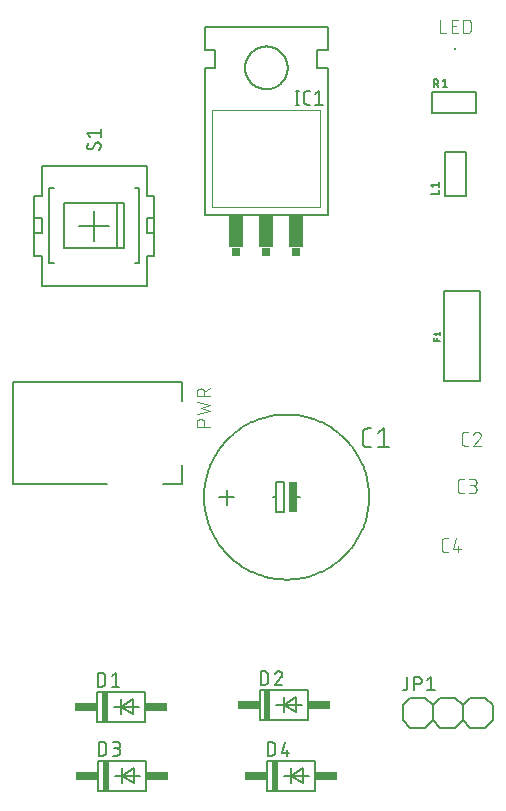
<source format=gbr>
G04 EAGLE Gerber RS-274X export*
G75*
%MOMM*%
%FSLAX34Y34*%
%LPD*%
%INSilkscreen Top*%
%IPPOS*%
%AMOC8*
5,1,8,0,0,1.08239X$1,22.5*%
G01*
%ADD10C,0.152400*%
%ADD11R,0.635000X2.540000*%
%ADD12C,0.177800*%
%ADD13C,0.101600*%
%ADD14R,0.508000X2.540000*%
%ADD15R,1.905000X0.762000*%
%ADD16C,0.127000*%
%ADD17C,0.203200*%
%ADD18C,0.050800*%
%ADD19R,0.762000X0.635000*%
%ADD20R,1.270000X2.794000*%
%ADD21R,0.200000X0.200000*%


D10*
X270270Y426200D02*
X272810Y426200D01*
X272810Y413500D01*
X279160Y413500D01*
X279160Y438900D01*
X272810Y438900D01*
X272810Y426200D01*
X288050Y426200D02*
X293130Y426200D01*
X237250Y426200D02*
X224550Y426200D01*
X230900Y419850D02*
X230900Y432550D01*
X211850Y426200D02*
X211871Y427914D01*
X211934Y429627D01*
X212039Y431338D01*
X212186Y433046D01*
X212375Y434750D01*
X212606Y436449D01*
X212878Y438142D01*
X213192Y439827D01*
X213547Y441504D01*
X213943Y443172D01*
X214380Y444830D01*
X214858Y446476D01*
X215375Y448111D01*
X215933Y449732D01*
X216530Y451339D01*
X217167Y452930D01*
X217842Y454506D01*
X218556Y456065D01*
X219308Y457605D01*
X220098Y459127D01*
X220924Y460629D01*
X221788Y462110D01*
X222687Y463570D01*
X223622Y465007D01*
X224592Y466420D01*
X225596Y467810D01*
X226634Y469174D01*
X227705Y470512D01*
X228809Y471824D01*
X229945Y473108D01*
X231111Y474364D01*
X232309Y475591D01*
X233536Y476789D01*
X234792Y477955D01*
X236076Y479091D01*
X237388Y480195D01*
X238726Y481266D01*
X240090Y482304D01*
X241480Y483308D01*
X242893Y484278D01*
X244330Y485213D01*
X245790Y486112D01*
X247271Y486976D01*
X248773Y487802D01*
X250295Y488592D01*
X251835Y489344D01*
X253394Y490058D01*
X254970Y490733D01*
X256561Y491370D01*
X258168Y491967D01*
X259789Y492525D01*
X261424Y493042D01*
X263070Y493520D01*
X264728Y493957D01*
X266396Y494353D01*
X268073Y494708D01*
X269758Y495022D01*
X271451Y495294D01*
X273150Y495525D01*
X274854Y495714D01*
X276562Y495861D01*
X278273Y495966D01*
X279986Y496029D01*
X281700Y496050D01*
X283414Y496029D01*
X285127Y495966D01*
X286838Y495861D01*
X288546Y495714D01*
X290250Y495525D01*
X291949Y495294D01*
X293642Y495022D01*
X295327Y494708D01*
X297004Y494353D01*
X298672Y493957D01*
X300330Y493520D01*
X301976Y493042D01*
X303611Y492525D01*
X305232Y491967D01*
X306839Y491370D01*
X308430Y490733D01*
X310006Y490058D01*
X311565Y489344D01*
X313105Y488592D01*
X314627Y487802D01*
X316129Y486976D01*
X317610Y486112D01*
X319070Y485213D01*
X320507Y484278D01*
X321920Y483308D01*
X323310Y482304D01*
X324674Y481266D01*
X326012Y480195D01*
X327324Y479091D01*
X328608Y477955D01*
X329864Y476789D01*
X331091Y475591D01*
X332289Y474364D01*
X333455Y473108D01*
X334591Y471824D01*
X335695Y470512D01*
X336766Y469174D01*
X337804Y467810D01*
X338808Y466420D01*
X339778Y465007D01*
X340713Y463570D01*
X341612Y462110D01*
X342476Y460629D01*
X343302Y459127D01*
X344092Y457605D01*
X344844Y456065D01*
X345558Y454506D01*
X346233Y452930D01*
X346870Y451339D01*
X347467Y449732D01*
X348025Y448111D01*
X348542Y446476D01*
X349020Y444830D01*
X349457Y443172D01*
X349853Y441504D01*
X350208Y439827D01*
X350522Y438142D01*
X350794Y436449D01*
X351025Y434750D01*
X351214Y433046D01*
X351361Y431338D01*
X351466Y429627D01*
X351529Y427914D01*
X351550Y426200D01*
X351529Y424486D01*
X351466Y422773D01*
X351361Y421062D01*
X351214Y419354D01*
X351025Y417650D01*
X350794Y415951D01*
X350522Y414258D01*
X350208Y412573D01*
X349853Y410896D01*
X349457Y409228D01*
X349020Y407570D01*
X348542Y405924D01*
X348025Y404289D01*
X347467Y402668D01*
X346870Y401061D01*
X346233Y399470D01*
X345558Y397894D01*
X344844Y396335D01*
X344092Y394795D01*
X343302Y393273D01*
X342476Y391771D01*
X341612Y390290D01*
X340713Y388830D01*
X339778Y387393D01*
X338808Y385980D01*
X337804Y384590D01*
X336766Y383226D01*
X335695Y381888D01*
X334591Y380576D01*
X333455Y379292D01*
X332289Y378036D01*
X331091Y376809D01*
X329864Y375611D01*
X328608Y374445D01*
X327324Y373309D01*
X326012Y372205D01*
X324674Y371134D01*
X323310Y370096D01*
X321920Y369092D01*
X320507Y368122D01*
X319070Y367187D01*
X317610Y366288D01*
X316129Y365424D01*
X314627Y364598D01*
X313105Y363808D01*
X311565Y363056D01*
X310006Y362342D01*
X308430Y361667D01*
X306839Y361030D01*
X305232Y360433D01*
X303611Y359875D01*
X301976Y359358D01*
X300330Y358880D01*
X298672Y358443D01*
X297004Y358047D01*
X295327Y357692D01*
X293642Y357378D01*
X291949Y357106D01*
X290250Y356875D01*
X288546Y356686D01*
X286838Y356539D01*
X285127Y356434D01*
X283414Y356371D01*
X281700Y356350D01*
X279986Y356371D01*
X278273Y356434D01*
X276562Y356539D01*
X274854Y356686D01*
X273150Y356875D01*
X271451Y357106D01*
X269758Y357378D01*
X268073Y357692D01*
X266396Y358047D01*
X264728Y358443D01*
X263070Y358880D01*
X261424Y359358D01*
X259789Y359875D01*
X258168Y360433D01*
X256561Y361030D01*
X254970Y361667D01*
X253394Y362342D01*
X251835Y363056D01*
X250295Y363808D01*
X248773Y364598D01*
X247271Y365424D01*
X245790Y366288D01*
X244330Y367187D01*
X242893Y368122D01*
X241480Y369092D01*
X240090Y370096D01*
X238726Y371134D01*
X237388Y372205D01*
X236076Y373309D01*
X234792Y374445D01*
X233536Y375611D01*
X232309Y376809D01*
X231111Y378036D01*
X229945Y379292D01*
X228809Y380576D01*
X227705Y381888D01*
X226634Y383226D01*
X225596Y384590D01*
X224592Y385980D01*
X223622Y387393D01*
X222687Y388830D01*
X221788Y390290D01*
X220924Y391771D01*
X220098Y393273D01*
X219308Y394795D01*
X218556Y396335D01*
X217842Y397894D01*
X217167Y399470D01*
X216530Y401061D01*
X215933Y402668D01*
X215375Y404289D01*
X214858Y405924D01*
X214380Y407570D01*
X213943Y409228D01*
X213547Y410896D01*
X213192Y412573D01*
X212878Y414258D01*
X212606Y415951D01*
X212375Y417650D01*
X212186Y419354D01*
X212039Y421062D01*
X211934Y422773D01*
X211871Y424486D01*
X211850Y426200D01*
D11*
X287415Y426200D03*
D12*
X349899Y468237D02*
X353455Y468237D01*
X349899Y468237D02*
X349783Y468239D01*
X349666Y468245D01*
X349550Y468254D01*
X349435Y468267D01*
X349320Y468284D01*
X349205Y468305D01*
X349092Y468330D01*
X348979Y468358D01*
X348867Y468390D01*
X348756Y468426D01*
X348646Y468465D01*
X348538Y468508D01*
X348431Y468554D01*
X348326Y468604D01*
X348223Y468657D01*
X348121Y468713D01*
X348021Y468773D01*
X347923Y468836D01*
X347828Y468903D01*
X347734Y468972D01*
X347643Y469044D01*
X347554Y469119D01*
X347468Y469198D01*
X347385Y469279D01*
X347304Y469362D01*
X347225Y469448D01*
X347150Y469537D01*
X347078Y469628D01*
X347009Y469722D01*
X346942Y469817D01*
X346879Y469915D01*
X346819Y470015D01*
X346763Y470117D01*
X346710Y470220D01*
X346660Y470325D01*
X346614Y470432D01*
X346571Y470540D01*
X346532Y470650D01*
X346496Y470761D01*
X346464Y470873D01*
X346436Y470986D01*
X346411Y471099D01*
X346390Y471214D01*
X346373Y471329D01*
X346360Y471444D01*
X346351Y471560D01*
X346345Y471677D01*
X346343Y471793D01*
X346343Y480683D01*
X346345Y480799D01*
X346351Y480916D01*
X346360Y481032D01*
X346373Y481147D01*
X346390Y481262D01*
X346411Y481377D01*
X346436Y481490D01*
X346464Y481603D01*
X346496Y481715D01*
X346532Y481826D01*
X346571Y481936D01*
X346614Y482044D01*
X346660Y482151D01*
X346710Y482256D01*
X346763Y482359D01*
X346819Y482461D01*
X346879Y482561D01*
X346942Y482659D01*
X347009Y482754D01*
X347078Y482848D01*
X347150Y482939D01*
X347225Y483028D01*
X347304Y483114D01*
X347385Y483197D01*
X347468Y483278D01*
X347554Y483357D01*
X347643Y483432D01*
X347734Y483504D01*
X347828Y483573D01*
X347923Y483640D01*
X348021Y483703D01*
X348121Y483763D01*
X348223Y483819D01*
X348326Y483872D01*
X348431Y483922D01*
X348538Y483968D01*
X348646Y484011D01*
X348756Y484050D01*
X348867Y484086D01*
X348979Y484118D01*
X349092Y484146D01*
X349205Y484171D01*
X349320Y484192D01*
X349435Y484209D01*
X349550Y484222D01*
X349666Y484231D01*
X349783Y484237D01*
X349899Y484239D01*
X353455Y484239D01*
X359413Y480683D02*
X363858Y484239D01*
X363858Y468237D01*
X359413Y468237D02*
X368303Y468237D01*
D13*
X432604Y469608D02*
X435201Y469608D01*
X432604Y469608D02*
X432505Y469610D01*
X432405Y469616D01*
X432306Y469625D01*
X432208Y469638D01*
X432110Y469655D01*
X432012Y469676D01*
X431916Y469701D01*
X431821Y469729D01*
X431727Y469761D01*
X431634Y469796D01*
X431542Y469835D01*
X431452Y469878D01*
X431364Y469923D01*
X431277Y469973D01*
X431193Y470025D01*
X431110Y470081D01*
X431030Y470139D01*
X430952Y470201D01*
X430877Y470266D01*
X430804Y470334D01*
X430734Y470404D01*
X430666Y470477D01*
X430601Y470552D01*
X430539Y470630D01*
X430481Y470710D01*
X430425Y470793D01*
X430373Y470877D01*
X430323Y470964D01*
X430278Y471052D01*
X430235Y471142D01*
X430196Y471234D01*
X430161Y471327D01*
X430129Y471421D01*
X430101Y471516D01*
X430076Y471612D01*
X430055Y471710D01*
X430038Y471808D01*
X430025Y471906D01*
X430016Y472005D01*
X430010Y472105D01*
X430008Y472204D01*
X430008Y478696D01*
X430010Y478795D01*
X430016Y478895D01*
X430025Y478994D01*
X430038Y479092D01*
X430055Y479190D01*
X430076Y479288D01*
X430101Y479384D01*
X430129Y479479D01*
X430161Y479573D01*
X430196Y479666D01*
X430235Y479758D01*
X430278Y479848D01*
X430323Y479936D01*
X430373Y480023D01*
X430425Y480107D01*
X430481Y480190D01*
X430539Y480270D01*
X430601Y480348D01*
X430666Y480423D01*
X430734Y480496D01*
X430804Y480566D01*
X430877Y480634D01*
X430952Y480699D01*
X431030Y480761D01*
X431110Y480819D01*
X431193Y480875D01*
X431277Y480927D01*
X431364Y480977D01*
X431452Y481022D01*
X431542Y481065D01*
X431634Y481104D01*
X431726Y481139D01*
X431821Y481171D01*
X431916Y481199D01*
X432012Y481224D01*
X432110Y481245D01*
X432208Y481262D01*
X432306Y481275D01*
X432405Y481284D01*
X432505Y481290D01*
X432604Y481292D01*
X435201Y481292D01*
X443136Y481292D02*
X443243Y481290D01*
X443349Y481284D01*
X443455Y481274D01*
X443561Y481261D01*
X443667Y481243D01*
X443771Y481222D01*
X443875Y481197D01*
X443978Y481168D01*
X444079Y481136D01*
X444179Y481099D01*
X444278Y481059D01*
X444376Y481016D01*
X444472Y480969D01*
X444566Y480918D01*
X444658Y480864D01*
X444748Y480807D01*
X444836Y480747D01*
X444921Y480683D01*
X445004Y480616D01*
X445085Y480546D01*
X445163Y480474D01*
X445239Y480398D01*
X445311Y480320D01*
X445381Y480239D01*
X445448Y480156D01*
X445512Y480071D01*
X445572Y479983D01*
X445629Y479893D01*
X445683Y479801D01*
X445734Y479707D01*
X445781Y479611D01*
X445824Y479513D01*
X445864Y479414D01*
X445901Y479314D01*
X445933Y479213D01*
X445962Y479110D01*
X445987Y479006D01*
X446008Y478902D01*
X446026Y478796D01*
X446039Y478690D01*
X446049Y478584D01*
X446055Y478478D01*
X446057Y478371D01*
X443136Y481292D02*
X443015Y481290D01*
X442894Y481284D01*
X442774Y481274D01*
X442653Y481261D01*
X442534Y481243D01*
X442414Y481222D01*
X442296Y481197D01*
X442179Y481168D01*
X442062Y481135D01*
X441947Y481099D01*
X441833Y481058D01*
X441720Y481015D01*
X441608Y480967D01*
X441499Y480916D01*
X441391Y480861D01*
X441284Y480803D01*
X441180Y480742D01*
X441078Y480677D01*
X440978Y480609D01*
X440880Y480538D01*
X440784Y480464D01*
X440691Y480387D01*
X440601Y480306D01*
X440513Y480223D01*
X440428Y480137D01*
X440345Y480048D01*
X440266Y479957D01*
X440189Y479863D01*
X440116Y479767D01*
X440046Y479669D01*
X439979Y479568D01*
X439915Y479465D01*
X439855Y479360D01*
X439798Y479253D01*
X439744Y479145D01*
X439694Y479035D01*
X439648Y478923D01*
X439605Y478810D01*
X439566Y478695D01*
X445084Y476099D02*
X445163Y476176D01*
X445239Y476257D01*
X445312Y476340D01*
X445382Y476425D01*
X445449Y476513D01*
X445513Y476603D01*
X445573Y476695D01*
X445630Y476790D01*
X445684Y476886D01*
X445735Y476984D01*
X445782Y477084D01*
X445826Y477186D01*
X445866Y477289D01*
X445902Y477393D01*
X445934Y477499D01*
X445963Y477605D01*
X445988Y477713D01*
X446010Y477821D01*
X446027Y477931D01*
X446041Y478040D01*
X446050Y478150D01*
X446056Y478261D01*
X446058Y478371D01*
X445084Y476099D02*
X439566Y469608D01*
X446057Y469608D01*
X431701Y429608D02*
X429104Y429608D01*
X429005Y429610D01*
X428905Y429616D01*
X428806Y429625D01*
X428708Y429638D01*
X428610Y429655D01*
X428512Y429676D01*
X428416Y429701D01*
X428321Y429729D01*
X428227Y429761D01*
X428134Y429796D01*
X428042Y429835D01*
X427952Y429878D01*
X427864Y429923D01*
X427777Y429973D01*
X427693Y430025D01*
X427610Y430081D01*
X427530Y430139D01*
X427452Y430201D01*
X427377Y430266D01*
X427304Y430334D01*
X427234Y430404D01*
X427166Y430477D01*
X427101Y430552D01*
X427039Y430630D01*
X426981Y430710D01*
X426925Y430793D01*
X426873Y430877D01*
X426823Y430964D01*
X426778Y431052D01*
X426735Y431142D01*
X426696Y431234D01*
X426661Y431327D01*
X426629Y431421D01*
X426601Y431516D01*
X426576Y431612D01*
X426555Y431710D01*
X426538Y431808D01*
X426525Y431906D01*
X426516Y432005D01*
X426510Y432105D01*
X426508Y432204D01*
X426508Y438696D01*
X426510Y438795D01*
X426516Y438895D01*
X426525Y438994D01*
X426538Y439092D01*
X426555Y439190D01*
X426576Y439288D01*
X426601Y439384D01*
X426629Y439479D01*
X426661Y439573D01*
X426696Y439666D01*
X426735Y439758D01*
X426778Y439848D01*
X426823Y439936D01*
X426873Y440023D01*
X426925Y440107D01*
X426981Y440190D01*
X427039Y440270D01*
X427101Y440348D01*
X427166Y440423D01*
X427234Y440496D01*
X427304Y440566D01*
X427377Y440634D01*
X427452Y440699D01*
X427530Y440761D01*
X427610Y440819D01*
X427693Y440875D01*
X427777Y440927D01*
X427864Y440977D01*
X427952Y441022D01*
X428042Y441065D01*
X428134Y441104D01*
X428226Y441139D01*
X428321Y441171D01*
X428416Y441199D01*
X428512Y441224D01*
X428610Y441245D01*
X428708Y441262D01*
X428806Y441275D01*
X428905Y441284D01*
X429005Y441290D01*
X429104Y441292D01*
X431701Y441292D01*
X436066Y429608D02*
X439312Y429608D01*
X439425Y429610D01*
X439538Y429616D01*
X439651Y429626D01*
X439764Y429640D01*
X439876Y429657D01*
X439987Y429679D01*
X440097Y429704D01*
X440207Y429734D01*
X440315Y429767D01*
X440422Y429804D01*
X440528Y429844D01*
X440632Y429889D01*
X440735Y429937D01*
X440836Y429988D01*
X440935Y430043D01*
X441032Y430101D01*
X441127Y430163D01*
X441220Y430228D01*
X441310Y430296D01*
X441398Y430367D01*
X441484Y430442D01*
X441567Y430519D01*
X441647Y430599D01*
X441724Y430682D01*
X441799Y430768D01*
X441870Y430856D01*
X441938Y430946D01*
X442003Y431039D01*
X442065Y431134D01*
X442123Y431231D01*
X442178Y431330D01*
X442229Y431431D01*
X442277Y431534D01*
X442322Y431638D01*
X442362Y431744D01*
X442399Y431851D01*
X442432Y431959D01*
X442462Y432069D01*
X442487Y432179D01*
X442509Y432290D01*
X442526Y432402D01*
X442540Y432515D01*
X442550Y432628D01*
X442556Y432741D01*
X442558Y432854D01*
X442556Y432967D01*
X442550Y433080D01*
X442540Y433193D01*
X442526Y433306D01*
X442509Y433418D01*
X442487Y433529D01*
X442462Y433639D01*
X442432Y433749D01*
X442399Y433857D01*
X442362Y433964D01*
X442322Y434070D01*
X442277Y434174D01*
X442229Y434277D01*
X442178Y434378D01*
X442123Y434477D01*
X442065Y434574D01*
X442003Y434669D01*
X441938Y434762D01*
X441870Y434852D01*
X441799Y434940D01*
X441724Y435026D01*
X441647Y435109D01*
X441567Y435189D01*
X441484Y435266D01*
X441398Y435341D01*
X441310Y435412D01*
X441220Y435480D01*
X441127Y435545D01*
X441032Y435607D01*
X440935Y435665D01*
X440836Y435720D01*
X440735Y435771D01*
X440632Y435819D01*
X440528Y435864D01*
X440422Y435904D01*
X440315Y435941D01*
X440207Y435974D01*
X440097Y436004D01*
X439987Y436029D01*
X439876Y436051D01*
X439764Y436068D01*
X439651Y436082D01*
X439538Y436092D01*
X439425Y436098D01*
X439312Y436100D01*
X439961Y441292D02*
X436066Y441292D01*
X439961Y441292D02*
X440062Y441290D01*
X440162Y441284D01*
X440262Y441274D01*
X440362Y441261D01*
X440461Y441243D01*
X440560Y441222D01*
X440657Y441197D01*
X440754Y441168D01*
X440849Y441135D01*
X440943Y441099D01*
X441035Y441059D01*
X441126Y441016D01*
X441215Y440969D01*
X441302Y440919D01*
X441388Y440865D01*
X441471Y440808D01*
X441551Y440748D01*
X441630Y440685D01*
X441706Y440618D01*
X441779Y440549D01*
X441849Y440477D01*
X441917Y440403D01*
X441982Y440326D01*
X442043Y440246D01*
X442102Y440164D01*
X442157Y440080D01*
X442209Y439994D01*
X442258Y439906D01*
X442303Y439816D01*
X442345Y439724D01*
X442383Y439631D01*
X442417Y439536D01*
X442448Y439441D01*
X442475Y439344D01*
X442498Y439246D01*
X442518Y439147D01*
X442533Y439047D01*
X442545Y438947D01*
X442553Y438847D01*
X442557Y438746D01*
X442557Y438646D01*
X442553Y438545D01*
X442545Y438445D01*
X442533Y438345D01*
X442518Y438245D01*
X442498Y438146D01*
X442475Y438048D01*
X442448Y437951D01*
X442417Y437856D01*
X442383Y437761D01*
X442345Y437668D01*
X442303Y437576D01*
X442258Y437486D01*
X442209Y437398D01*
X442157Y437312D01*
X442102Y437228D01*
X442043Y437146D01*
X441982Y437066D01*
X441917Y436989D01*
X441849Y436915D01*
X441779Y436843D01*
X441706Y436774D01*
X441630Y436707D01*
X441551Y436644D01*
X441471Y436584D01*
X441388Y436527D01*
X441302Y436473D01*
X441215Y436423D01*
X441126Y436376D01*
X441035Y436333D01*
X440943Y436293D01*
X440849Y436257D01*
X440754Y436224D01*
X440657Y436195D01*
X440560Y436170D01*
X440461Y436149D01*
X440362Y436131D01*
X440262Y436118D01*
X440162Y436108D01*
X440062Y436102D01*
X439961Y436100D01*
X439961Y436099D02*
X437364Y436099D01*
X418201Y379608D02*
X415604Y379608D01*
X415505Y379610D01*
X415405Y379616D01*
X415306Y379625D01*
X415208Y379638D01*
X415110Y379655D01*
X415012Y379676D01*
X414916Y379701D01*
X414821Y379729D01*
X414727Y379761D01*
X414634Y379796D01*
X414542Y379835D01*
X414452Y379878D01*
X414364Y379923D01*
X414277Y379973D01*
X414193Y380025D01*
X414110Y380081D01*
X414030Y380139D01*
X413952Y380201D01*
X413877Y380266D01*
X413804Y380334D01*
X413734Y380404D01*
X413666Y380477D01*
X413601Y380552D01*
X413539Y380630D01*
X413481Y380710D01*
X413425Y380793D01*
X413373Y380877D01*
X413323Y380964D01*
X413278Y381052D01*
X413235Y381142D01*
X413196Y381234D01*
X413161Y381327D01*
X413129Y381421D01*
X413101Y381516D01*
X413076Y381612D01*
X413055Y381710D01*
X413038Y381808D01*
X413025Y381906D01*
X413016Y382005D01*
X413010Y382105D01*
X413008Y382204D01*
X413008Y388696D01*
X413010Y388795D01*
X413016Y388895D01*
X413025Y388994D01*
X413038Y389092D01*
X413055Y389190D01*
X413076Y389288D01*
X413101Y389384D01*
X413129Y389479D01*
X413161Y389573D01*
X413196Y389666D01*
X413235Y389758D01*
X413278Y389848D01*
X413323Y389936D01*
X413373Y390023D01*
X413425Y390107D01*
X413481Y390190D01*
X413539Y390270D01*
X413601Y390348D01*
X413666Y390423D01*
X413734Y390496D01*
X413804Y390566D01*
X413877Y390634D01*
X413952Y390699D01*
X414030Y390761D01*
X414110Y390819D01*
X414193Y390875D01*
X414277Y390927D01*
X414364Y390977D01*
X414452Y391022D01*
X414542Y391065D01*
X414634Y391104D01*
X414726Y391139D01*
X414821Y391171D01*
X414916Y391199D01*
X415012Y391224D01*
X415110Y391245D01*
X415208Y391262D01*
X415306Y391275D01*
X415405Y391284D01*
X415505Y391290D01*
X415604Y391292D01*
X418201Y391292D01*
X425163Y391292D02*
X422566Y382204D01*
X429057Y382204D01*
X427110Y384801D02*
X427110Y379608D01*
D10*
X162020Y235900D02*
X121380Y235900D01*
X162020Y235900D02*
X162020Y261300D01*
X121380Y261300D01*
X121380Y235900D01*
X135350Y248600D02*
X141700Y248600D01*
X151860Y254950D02*
X151860Y242250D01*
X141700Y248600D01*
X156940Y248600D01*
X151860Y254950D02*
X141700Y248600D01*
X141700Y254950D01*
X141700Y248600D02*
X141700Y242250D01*
D14*
X127730Y248600D03*
D15*
X171545Y248600D03*
X111855Y248600D03*
D16*
X122015Y265745D02*
X122015Y277175D01*
X125190Y277175D01*
X125301Y277173D01*
X125411Y277167D01*
X125522Y277158D01*
X125632Y277144D01*
X125741Y277127D01*
X125850Y277106D01*
X125958Y277081D01*
X126065Y277052D01*
X126171Y277020D01*
X126276Y276984D01*
X126379Y276944D01*
X126481Y276901D01*
X126582Y276854D01*
X126681Y276803D01*
X126778Y276750D01*
X126872Y276693D01*
X126965Y276632D01*
X127056Y276569D01*
X127145Y276502D01*
X127231Y276432D01*
X127314Y276359D01*
X127396Y276284D01*
X127474Y276206D01*
X127549Y276124D01*
X127622Y276041D01*
X127692Y275955D01*
X127759Y275866D01*
X127822Y275775D01*
X127883Y275682D01*
X127940Y275588D01*
X127993Y275491D01*
X128044Y275392D01*
X128091Y275291D01*
X128134Y275189D01*
X128174Y275086D01*
X128210Y274981D01*
X128242Y274875D01*
X128271Y274768D01*
X128296Y274660D01*
X128317Y274551D01*
X128334Y274442D01*
X128348Y274332D01*
X128357Y274221D01*
X128363Y274111D01*
X128365Y274000D01*
X128365Y268920D01*
X128363Y268809D01*
X128357Y268699D01*
X128348Y268588D01*
X128334Y268478D01*
X128317Y268369D01*
X128296Y268260D01*
X128271Y268152D01*
X128242Y268045D01*
X128210Y267939D01*
X128174Y267834D01*
X128134Y267731D01*
X128091Y267629D01*
X128044Y267528D01*
X127993Y267429D01*
X127940Y267332D01*
X127883Y267238D01*
X127822Y267145D01*
X127759Y267054D01*
X127692Y266965D01*
X127622Y266879D01*
X127549Y266796D01*
X127474Y266714D01*
X127396Y266636D01*
X127314Y266561D01*
X127231Y266488D01*
X127145Y266418D01*
X127056Y266351D01*
X126965Y266288D01*
X126872Y266227D01*
X126777Y266170D01*
X126681Y266117D01*
X126582Y266066D01*
X126481Y266019D01*
X126379Y265976D01*
X126276Y265936D01*
X126171Y265900D01*
X126065Y265868D01*
X125958Y265839D01*
X125850Y265814D01*
X125741Y265793D01*
X125632Y265776D01*
X125522Y265762D01*
X125411Y265753D01*
X125301Y265747D01*
X125190Y265745D01*
X122015Y265745D01*
X133826Y274635D02*
X137001Y277175D01*
X137001Y265745D01*
X133826Y265745D02*
X140176Y265745D01*
D10*
X259180Y237500D02*
X299820Y237500D01*
X299820Y262900D01*
X259180Y262900D01*
X259180Y237500D01*
X273150Y250200D02*
X279500Y250200D01*
X289660Y256550D02*
X289660Y243850D01*
X279500Y250200D01*
X294740Y250200D01*
X289660Y256550D02*
X279500Y250200D01*
X279500Y256550D01*
X279500Y250200D02*
X279500Y243850D01*
D14*
X265530Y250200D03*
D15*
X309345Y250200D03*
X249655Y250200D03*
D16*
X259815Y267345D02*
X259815Y278775D01*
X262990Y278775D01*
X263101Y278773D01*
X263211Y278767D01*
X263322Y278758D01*
X263432Y278744D01*
X263541Y278727D01*
X263650Y278706D01*
X263758Y278681D01*
X263865Y278652D01*
X263971Y278620D01*
X264076Y278584D01*
X264179Y278544D01*
X264281Y278501D01*
X264382Y278454D01*
X264481Y278403D01*
X264578Y278350D01*
X264672Y278293D01*
X264765Y278232D01*
X264856Y278169D01*
X264945Y278102D01*
X265031Y278032D01*
X265114Y277959D01*
X265196Y277884D01*
X265274Y277806D01*
X265349Y277724D01*
X265422Y277641D01*
X265492Y277555D01*
X265559Y277466D01*
X265622Y277375D01*
X265683Y277282D01*
X265740Y277188D01*
X265793Y277091D01*
X265844Y276992D01*
X265891Y276891D01*
X265934Y276789D01*
X265974Y276686D01*
X266010Y276581D01*
X266042Y276475D01*
X266071Y276368D01*
X266096Y276260D01*
X266117Y276151D01*
X266134Y276042D01*
X266148Y275932D01*
X266157Y275821D01*
X266163Y275711D01*
X266165Y275600D01*
X266165Y270520D01*
X266163Y270409D01*
X266157Y270299D01*
X266148Y270188D01*
X266134Y270078D01*
X266117Y269969D01*
X266096Y269860D01*
X266071Y269752D01*
X266042Y269645D01*
X266010Y269539D01*
X265974Y269434D01*
X265934Y269331D01*
X265891Y269229D01*
X265844Y269128D01*
X265793Y269029D01*
X265740Y268932D01*
X265683Y268838D01*
X265622Y268745D01*
X265559Y268654D01*
X265492Y268565D01*
X265422Y268479D01*
X265349Y268396D01*
X265274Y268314D01*
X265196Y268236D01*
X265114Y268161D01*
X265031Y268088D01*
X264945Y268018D01*
X264856Y267951D01*
X264765Y267888D01*
X264672Y267827D01*
X264578Y267770D01*
X264481Y267717D01*
X264382Y267666D01*
X264281Y267619D01*
X264179Y267576D01*
X264076Y267536D01*
X263971Y267500D01*
X263865Y267468D01*
X263758Y267439D01*
X263650Y267414D01*
X263541Y267393D01*
X263432Y267376D01*
X263322Y267362D01*
X263211Y267353D01*
X263101Y267347D01*
X262990Y267345D01*
X259815Y267345D01*
X275119Y278776D02*
X275223Y278774D01*
X275328Y278768D01*
X275432Y278759D01*
X275535Y278746D01*
X275638Y278728D01*
X275740Y278708D01*
X275842Y278683D01*
X275942Y278655D01*
X276042Y278623D01*
X276140Y278587D01*
X276237Y278548D01*
X276332Y278506D01*
X276426Y278460D01*
X276518Y278410D01*
X276608Y278358D01*
X276696Y278302D01*
X276782Y278242D01*
X276866Y278180D01*
X276947Y278115D01*
X277026Y278047D01*
X277103Y277975D01*
X277176Y277902D01*
X277248Y277825D01*
X277316Y277746D01*
X277381Y277665D01*
X277443Y277581D01*
X277503Y277495D01*
X277559Y277407D01*
X277611Y277317D01*
X277661Y277225D01*
X277707Y277131D01*
X277749Y277036D01*
X277788Y276939D01*
X277824Y276841D01*
X277856Y276741D01*
X277884Y276641D01*
X277909Y276539D01*
X277929Y276437D01*
X277947Y276334D01*
X277960Y276231D01*
X277969Y276127D01*
X277975Y276022D01*
X277977Y275918D01*
X275119Y278775D02*
X275001Y278773D01*
X274882Y278767D01*
X274764Y278758D01*
X274647Y278745D01*
X274530Y278727D01*
X274413Y278707D01*
X274297Y278682D01*
X274182Y278654D01*
X274069Y278621D01*
X273956Y278586D01*
X273844Y278546D01*
X273734Y278504D01*
X273625Y278457D01*
X273517Y278407D01*
X273412Y278354D01*
X273308Y278297D01*
X273206Y278237D01*
X273106Y278174D01*
X273008Y278107D01*
X272912Y278038D01*
X272819Y277965D01*
X272728Y277889D01*
X272639Y277811D01*
X272553Y277729D01*
X272470Y277645D01*
X272389Y277559D01*
X272312Y277469D01*
X272237Y277378D01*
X272165Y277284D01*
X272096Y277187D01*
X272031Y277089D01*
X271968Y276988D01*
X271909Y276885D01*
X271853Y276781D01*
X271801Y276675D01*
X271752Y276567D01*
X271707Y276458D01*
X271665Y276347D01*
X271627Y276235D01*
X277024Y273696D02*
X277100Y273771D01*
X277175Y273850D01*
X277246Y273931D01*
X277315Y274015D01*
X277380Y274101D01*
X277442Y274189D01*
X277502Y274279D01*
X277558Y274371D01*
X277611Y274466D01*
X277660Y274562D01*
X277706Y274660D01*
X277749Y274759D01*
X277788Y274860D01*
X277823Y274962D01*
X277855Y275065D01*
X277883Y275169D01*
X277908Y275274D01*
X277929Y275381D01*
X277946Y275487D01*
X277959Y275594D01*
X277968Y275702D01*
X277974Y275810D01*
X277976Y275918D01*
X277024Y273695D02*
X271626Y267345D01*
X277976Y267345D01*
D10*
X162820Y177500D02*
X122180Y177500D01*
X162820Y177500D02*
X162820Y202900D01*
X122180Y202900D01*
X122180Y177500D01*
X136150Y190200D02*
X142500Y190200D01*
X152660Y196550D02*
X152660Y183850D01*
X142500Y190200D01*
X157740Y190200D01*
X152660Y196550D02*
X142500Y190200D01*
X142500Y196550D01*
X142500Y190200D02*
X142500Y183850D01*
D14*
X128530Y190200D03*
D15*
X172345Y190200D03*
X112655Y190200D03*
D16*
X122815Y207345D02*
X122815Y218775D01*
X125990Y218775D01*
X126101Y218773D01*
X126211Y218767D01*
X126322Y218758D01*
X126432Y218744D01*
X126541Y218727D01*
X126650Y218706D01*
X126758Y218681D01*
X126865Y218652D01*
X126971Y218620D01*
X127076Y218584D01*
X127179Y218544D01*
X127281Y218501D01*
X127382Y218454D01*
X127481Y218403D01*
X127578Y218350D01*
X127672Y218293D01*
X127765Y218232D01*
X127856Y218169D01*
X127945Y218102D01*
X128031Y218032D01*
X128114Y217959D01*
X128196Y217884D01*
X128274Y217806D01*
X128349Y217724D01*
X128422Y217641D01*
X128492Y217555D01*
X128559Y217466D01*
X128622Y217375D01*
X128683Y217282D01*
X128740Y217188D01*
X128793Y217091D01*
X128844Y216992D01*
X128891Y216891D01*
X128934Y216789D01*
X128974Y216686D01*
X129010Y216581D01*
X129042Y216475D01*
X129071Y216368D01*
X129096Y216260D01*
X129117Y216151D01*
X129134Y216042D01*
X129148Y215932D01*
X129157Y215821D01*
X129163Y215711D01*
X129165Y215600D01*
X129165Y210520D01*
X129163Y210409D01*
X129157Y210299D01*
X129148Y210188D01*
X129134Y210078D01*
X129117Y209969D01*
X129096Y209860D01*
X129071Y209752D01*
X129042Y209645D01*
X129010Y209539D01*
X128974Y209434D01*
X128934Y209331D01*
X128891Y209229D01*
X128844Y209128D01*
X128793Y209029D01*
X128740Y208932D01*
X128683Y208838D01*
X128622Y208745D01*
X128559Y208654D01*
X128492Y208565D01*
X128422Y208479D01*
X128349Y208396D01*
X128274Y208314D01*
X128196Y208236D01*
X128114Y208161D01*
X128031Y208088D01*
X127945Y208018D01*
X127856Y207951D01*
X127765Y207888D01*
X127672Y207827D01*
X127577Y207770D01*
X127481Y207717D01*
X127382Y207666D01*
X127281Y207619D01*
X127179Y207576D01*
X127076Y207536D01*
X126971Y207500D01*
X126865Y207468D01*
X126758Y207439D01*
X126650Y207414D01*
X126541Y207393D01*
X126432Y207376D01*
X126322Y207362D01*
X126211Y207353D01*
X126101Y207347D01*
X125990Y207345D01*
X122815Y207345D01*
X134626Y207345D02*
X137801Y207345D01*
X137912Y207347D01*
X138022Y207353D01*
X138133Y207362D01*
X138243Y207376D01*
X138352Y207393D01*
X138461Y207414D01*
X138569Y207439D01*
X138676Y207468D01*
X138782Y207500D01*
X138887Y207536D01*
X138990Y207576D01*
X139092Y207619D01*
X139193Y207666D01*
X139292Y207717D01*
X139388Y207770D01*
X139483Y207827D01*
X139576Y207888D01*
X139667Y207951D01*
X139756Y208018D01*
X139842Y208088D01*
X139925Y208161D01*
X140007Y208236D01*
X140085Y208314D01*
X140160Y208396D01*
X140233Y208479D01*
X140303Y208565D01*
X140370Y208654D01*
X140433Y208745D01*
X140494Y208838D01*
X140551Y208932D01*
X140604Y209029D01*
X140655Y209128D01*
X140702Y209229D01*
X140745Y209331D01*
X140785Y209434D01*
X140821Y209539D01*
X140853Y209645D01*
X140882Y209752D01*
X140907Y209860D01*
X140928Y209969D01*
X140945Y210078D01*
X140959Y210188D01*
X140968Y210299D01*
X140974Y210409D01*
X140976Y210520D01*
X140974Y210631D01*
X140968Y210741D01*
X140959Y210852D01*
X140945Y210962D01*
X140928Y211071D01*
X140907Y211180D01*
X140882Y211288D01*
X140853Y211395D01*
X140821Y211501D01*
X140785Y211606D01*
X140745Y211709D01*
X140702Y211811D01*
X140655Y211912D01*
X140604Y212011D01*
X140551Y212107D01*
X140494Y212202D01*
X140433Y212295D01*
X140370Y212386D01*
X140303Y212475D01*
X140233Y212561D01*
X140160Y212644D01*
X140085Y212726D01*
X140007Y212804D01*
X139925Y212879D01*
X139842Y212952D01*
X139756Y213022D01*
X139667Y213089D01*
X139576Y213152D01*
X139483Y213213D01*
X139389Y213270D01*
X139292Y213323D01*
X139193Y213374D01*
X139092Y213421D01*
X138990Y213464D01*
X138887Y213504D01*
X138782Y213540D01*
X138676Y213572D01*
X138569Y213601D01*
X138461Y213626D01*
X138352Y213647D01*
X138243Y213664D01*
X138133Y213678D01*
X138022Y213687D01*
X137912Y213693D01*
X137801Y213695D01*
X138436Y218775D02*
X134626Y218775D01*
X138436Y218775D02*
X138536Y218773D01*
X138635Y218767D01*
X138735Y218757D01*
X138833Y218744D01*
X138932Y218726D01*
X139029Y218705D01*
X139125Y218680D01*
X139221Y218651D01*
X139315Y218618D01*
X139408Y218582D01*
X139499Y218542D01*
X139589Y218498D01*
X139677Y218451D01*
X139763Y218401D01*
X139847Y218347D01*
X139929Y218290D01*
X140008Y218230D01*
X140086Y218166D01*
X140160Y218100D01*
X140232Y218031D01*
X140301Y217959D01*
X140367Y217885D01*
X140431Y217807D01*
X140491Y217728D01*
X140548Y217646D01*
X140602Y217562D01*
X140652Y217476D01*
X140699Y217388D01*
X140743Y217298D01*
X140783Y217207D01*
X140819Y217114D01*
X140852Y217020D01*
X140881Y216924D01*
X140906Y216828D01*
X140927Y216731D01*
X140945Y216632D01*
X140958Y216534D01*
X140968Y216434D01*
X140974Y216335D01*
X140976Y216235D01*
X140974Y216135D01*
X140968Y216036D01*
X140958Y215936D01*
X140945Y215838D01*
X140927Y215739D01*
X140906Y215642D01*
X140881Y215546D01*
X140852Y215450D01*
X140819Y215356D01*
X140783Y215263D01*
X140743Y215172D01*
X140699Y215082D01*
X140652Y214994D01*
X140602Y214908D01*
X140548Y214824D01*
X140491Y214742D01*
X140431Y214663D01*
X140367Y214585D01*
X140301Y214511D01*
X140232Y214439D01*
X140160Y214370D01*
X140086Y214304D01*
X140008Y214240D01*
X139929Y214180D01*
X139847Y214123D01*
X139763Y214069D01*
X139677Y214019D01*
X139589Y213972D01*
X139499Y213928D01*
X139408Y213888D01*
X139315Y213852D01*
X139221Y213819D01*
X139125Y213790D01*
X139029Y213765D01*
X138932Y213744D01*
X138833Y213726D01*
X138735Y213713D01*
X138635Y213703D01*
X138536Y213697D01*
X138436Y213695D01*
X135896Y213695D01*
D10*
X265180Y177500D02*
X305820Y177500D01*
X305820Y202900D01*
X265180Y202900D01*
X265180Y177500D01*
X279150Y190200D02*
X285500Y190200D01*
X295660Y196550D02*
X295660Y183850D01*
X285500Y190200D01*
X300740Y190200D01*
X295660Y196550D02*
X285500Y190200D01*
X285500Y196550D01*
X285500Y190200D02*
X285500Y183850D01*
D14*
X271530Y190200D03*
D15*
X315345Y190200D03*
X255655Y190200D03*
D16*
X265815Y207345D02*
X265815Y218775D01*
X268990Y218775D01*
X269101Y218773D01*
X269211Y218767D01*
X269322Y218758D01*
X269432Y218744D01*
X269541Y218727D01*
X269650Y218706D01*
X269758Y218681D01*
X269865Y218652D01*
X269971Y218620D01*
X270076Y218584D01*
X270179Y218544D01*
X270281Y218501D01*
X270382Y218454D01*
X270481Y218403D01*
X270578Y218350D01*
X270672Y218293D01*
X270765Y218232D01*
X270856Y218169D01*
X270945Y218102D01*
X271031Y218032D01*
X271114Y217959D01*
X271196Y217884D01*
X271274Y217806D01*
X271349Y217724D01*
X271422Y217641D01*
X271492Y217555D01*
X271559Y217466D01*
X271622Y217375D01*
X271683Y217282D01*
X271740Y217188D01*
X271793Y217091D01*
X271844Y216992D01*
X271891Y216891D01*
X271934Y216789D01*
X271974Y216686D01*
X272010Y216581D01*
X272042Y216475D01*
X272071Y216368D01*
X272096Y216260D01*
X272117Y216151D01*
X272134Y216042D01*
X272148Y215932D01*
X272157Y215821D01*
X272163Y215711D01*
X272165Y215600D01*
X272165Y210520D01*
X272163Y210409D01*
X272157Y210299D01*
X272148Y210188D01*
X272134Y210078D01*
X272117Y209969D01*
X272096Y209860D01*
X272071Y209752D01*
X272042Y209645D01*
X272010Y209539D01*
X271974Y209434D01*
X271934Y209331D01*
X271891Y209229D01*
X271844Y209128D01*
X271793Y209029D01*
X271740Y208932D01*
X271683Y208838D01*
X271622Y208745D01*
X271559Y208654D01*
X271492Y208565D01*
X271422Y208479D01*
X271349Y208396D01*
X271274Y208314D01*
X271196Y208236D01*
X271114Y208161D01*
X271031Y208088D01*
X270945Y208018D01*
X270856Y207951D01*
X270765Y207888D01*
X270672Y207827D01*
X270578Y207770D01*
X270481Y207717D01*
X270382Y207666D01*
X270281Y207619D01*
X270179Y207576D01*
X270076Y207536D01*
X269971Y207500D01*
X269865Y207468D01*
X269758Y207439D01*
X269650Y207414D01*
X269541Y207393D01*
X269432Y207376D01*
X269322Y207362D01*
X269211Y207353D01*
X269101Y207347D01*
X268990Y207345D01*
X265815Y207345D01*
X277626Y209885D02*
X280166Y218775D01*
X277626Y209885D02*
X283976Y209885D01*
X282071Y212425D02*
X282071Y207345D01*
D17*
X414860Y524100D02*
X414860Y600300D01*
X445340Y600300D01*
X445340Y524100D01*
X414860Y524100D01*
D16*
X411685Y558583D02*
X406859Y558583D01*
X406859Y560728D01*
X409004Y560728D02*
X409004Y558583D01*
X407931Y563136D02*
X406859Y564476D01*
X411685Y564476D01*
X411685Y563136D02*
X411685Y565817D01*
D10*
X316670Y665200D02*
X212530Y665200D01*
X212530Y823950D02*
X316670Y823950D01*
X316670Y789660D02*
X316670Y665200D01*
X316670Y789660D02*
X307780Y789660D01*
X307780Y804900D01*
X316670Y804900D01*
X316670Y823950D01*
X212530Y789660D02*
X212530Y665200D01*
X212530Y789660D02*
X221420Y789660D01*
X221420Y804900D01*
X212530Y804900D01*
X212530Y823950D01*
D18*
X218880Y671550D02*
X310320Y671550D01*
X310320Y754100D01*
X218880Y754100D01*
X218880Y671550D01*
D10*
X246566Y789660D02*
X246571Y790103D01*
X246588Y790545D01*
X246615Y790987D01*
X246653Y791428D01*
X246702Y791868D01*
X246761Y792306D01*
X246832Y792743D01*
X246913Y793178D01*
X247004Y793611D01*
X247106Y794042D01*
X247219Y794470D01*
X247343Y794895D01*
X247476Y795317D01*
X247620Y795735D01*
X247774Y796150D01*
X247939Y796561D01*
X248113Y796968D01*
X248297Y797371D01*
X248492Y797768D01*
X248695Y798161D01*
X248909Y798549D01*
X249132Y798931D01*
X249364Y799308D01*
X249605Y799679D01*
X249856Y800044D01*
X250115Y800403D01*
X250383Y800755D01*
X250660Y801101D01*
X250944Y801439D01*
X251238Y801771D01*
X251539Y802095D01*
X251848Y802412D01*
X252165Y802721D01*
X252489Y803022D01*
X252821Y803316D01*
X253159Y803600D01*
X253505Y803877D01*
X253857Y804145D01*
X254216Y804404D01*
X254581Y804655D01*
X254952Y804896D01*
X255329Y805128D01*
X255711Y805351D01*
X256099Y805565D01*
X256492Y805768D01*
X256889Y805963D01*
X257292Y806147D01*
X257699Y806321D01*
X258110Y806486D01*
X258525Y806640D01*
X258943Y806784D01*
X259365Y806917D01*
X259790Y807041D01*
X260218Y807154D01*
X260649Y807256D01*
X261082Y807347D01*
X261517Y807428D01*
X261954Y807499D01*
X262392Y807558D01*
X262832Y807607D01*
X263273Y807645D01*
X263715Y807672D01*
X264157Y807689D01*
X264600Y807694D01*
X265043Y807689D01*
X265485Y807672D01*
X265927Y807645D01*
X266368Y807607D01*
X266808Y807558D01*
X267246Y807499D01*
X267683Y807428D01*
X268118Y807347D01*
X268551Y807256D01*
X268982Y807154D01*
X269410Y807041D01*
X269835Y806917D01*
X270257Y806784D01*
X270675Y806640D01*
X271090Y806486D01*
X271501Y806321D01*
X271908Y806147D01*
X272311Y805963D01*
X272708Y805768D01*
X273101Y805565D01*
X273489Y805351D01*
X273871Y805128D01*
X274248Y804896D01*
X274619Y804655D01*
X274984Y804404D01*
X275343Y804145D01*
X275695Y803877D01*
X276041Y803600D01*
X276379Y803316D01*
X276711Y803022D01*
X277035Y802721D01*
X277352Y802412D01*
X277661Y802095D01*
X277962Y801771D01*
X278256Y801439D01*
X278540Y801101D01*
X278817Y800755D01*
X279085Y800403D01*
X279344Y800044D01*
X279595Y799679D01*
X279836Y799308D01*
X280068Y798931D01*
X280291Y798549D01*
X280505Y798161D01*
X280708Y797768D01*
X280903Y797371D01*
X281087Y796968D01*
X281261Y796561D01*
X281426Y796150D01*
X281580Y795735D01*
X281724Y795317D01*
X281857Y794895D01*
X281981Y794470D01*
X282094Y794042D01*
X282196Y793611D01*
X282287Y793178D01*
X282368Y792743D01*
X282439Y792306D01*
X282498Y791868D01*
X282547Y791428D01*
X282585Y790987D01*
X282612Y790545D01*
X282629Y790103D01*
X282634Y789660D01*
X282629Y789217D01*
X282612Y788775D01*
X282585Y788333D01*
X282547Y787892D01*
X282498Y787452D01*
X282439Y787014D01*
X282368Y786577D01*
X282287Y786142D01*
X282196Y785709D01*
X282094Y785278D01*
X281981Y784850D01*
X281857Y784425D01*
X281724Y784003D01*
X281580Y783585D01*
X281426Y783170D01*
X281261Y782759D01*
X281087Y782352D01*
X280903Y781949D01*
X280708Y781552D01*
X280505Y781159D01*
X280291Y780771D01*
X280068Y780389D01*
X279836Y780012D01*
X279595Y779641D01*
X279344Y779276D01*
X279085Y778917D01*
X278817Y778565D01*
X278540Y778219D01*
X278256Y777881D01*
X277962Y777549D01*
X277661Y777225D01*
X277352Y776908D01*
X277035Y776599D01*
X276711Y776298D01*
X276379Y776004D01*
X276041Y775720D01*
X275695Y775443D01*
X275343Y775175D01*
X274984Y774916D01*
X274619Y774665D01*
X274248Y774424D01*
X273871Y774192D01*
X273489Y773969D01*
X273101Y773755D01*
X272708Y773552D01*
X272311Y773357D01*
X271908Y773173D01*
X271501Y772999D01*
X271090Y772834D01*
X270675Y772680D01*
X270257Y772536D01*
X269835Y772403D01*
X269410Y772279D01*
X268982Y772166D01*
X268551Y772064D01*
X268118Y771973D01*
X267683Y771892D01*
X267246Y771821D01*
X266808Y771762D01*
X266368Y771713D01*
X265927Y771675D01*
X265485Y771648D01*
X265043Y771631D01*
X264600Y771626D01*
X264157Y771631D01*
X263715Y771648D01*
X263273Y771675D01*
X262832Y771713D01*
X262392Y771762D01*
X261954Y771821D01*
X261517Y771892D01*
X261082Y771973D01*
X260649Y772064D01*
X260218Y772166D01*
X259790Y772279D01*
X259365Y772403D01*
X258943Y772536D01*
X258525Y772680D01*
X258110Y772834D01*
X257699Y772999D01*
X257292Y773173D01*
X256889Y773357D01*
X256492Y773552D01*
X256099Y773755D01*
X255711Y773969D01*
X255329Y774192D01*
X254952Y774424D01*
X254581Y774665D01*
X254216Y774916D01*
X253857Y775175D01*
X253505Y775443D01*
X253159Y775720D01*
X252821Y776004D01*
X252489Y776298D01*
X252165Y776599D01*
X251848Y776908D01*
X251539Y777225D01*
X251238Y777549D01*
X250944Y777881D01*
X250660Y778219D01*
X250383Y778565D01*
X250115Y778917D01*
X249856Y779276D01*
X249605Y779641D01*
X249364Y780012D01*
X249132Y780389D01*
X248909Y780771D01*
X248695Y781159D01*
X248492Y781552D01*
X248297Y781949D01*
X248113Y782352D01*
X247939Y782759D01*
X247774Y783170D01*
X247620Y783585D01*
X247476Y784003D01*
X247343Y784425D01*
X247219Y784850D01*
X247106Y785278D01*
X247004Y785709D01*
X246913Y786142D01*
X246832Y786577D01*
X246761Y787014D01*
X246702Y787452D01*
X246653Y787892D01*
X246615Y788333D01*
X246588Y788775D01*
X246571Y789217D01*
X246566Y789660D01*
D19*
X290000Y634085D03*
X264600Y634085D03*
X239200Y634085D03*
D20*
X239200Y651230D03*
X264600Y651230D03*
X290000Y651230D03*
D16*
X290635Y758545D02*
X290635Y769975D01*
X289365Y758545D02*
X291905Y758545D01*
X291905Y769975D02*
X289365Y769975D01*
X299107Y758545D02*
X301647Y758545D01*
X299107Y758545D02*
X299007Y758547D01*
X298908Y758553D01*
X298808Y758563D01*
X298710Y758576D01*
X298611Y758594D01*
X298514Y758615D01*
X298418Y758640D01*
X298322Y758669D01*
X298228Y758702D01*
X298135Y758738D01*
X298044Y758778D01*
X297954Y758822D01*
X297866Y758869D01*
X297780Y758919D01*
X297696Y758973D01*
X297614Y759030D01*
X297535Y759090D01*
X297457Y759154D01*
X297383Y759220D01*
X297311Y759289D01*
X297242Y759361D01*
X297176Y759435D01*
X297112Y759513D01*
X297052Y759592D01*
X296995Y759674D01*
X296941Y759758D01*
X296891Y759844D01*
X296844Y759932D01*
X296800Y760022D01*
X296760Y760113D01*
X296724Y760206D01*
X296691Y760300D01*
X296662Y760396D01*
X296637Y760492D01*
X296616Y760589D01*
X296598Y760688D01*
X296585Y760786D01*
X296575Y760886D01*
X296569Y760985D01*
X296567Y761085D01*
X296567Y767435D01*
X296569Y767535D01*
X296575Y767634D01*
X296585Y767734D01*
X296598Y767832D01*
X296616Y767931D01*
X296637Y768028D01*
X296662Y768124D01*
X296691Y768220D01*
X296724Y768314D01*
X296760Y768407D01*
X296800Y768498D01*
X296844Y768588D01*
X296891Y768676D01*
X296941Y768762D01*
X296995Y768846D01*
X297052Y768928D01*
X297112Y769007D01*
X297176Y769085D01*
X297242Y769159D01*
X297311Y769231D01*
X297383Y769300D01*
X297457Y769366D01*
X297535Y769430D01*
X297614Y769490D01*
X297696Y769547D01*
X297780Y769601D01*
X297866Y769651D01*
X297954Y769698D01*
X298044Y769742D01*
X298135Y769782D01*
X298228Y769818D01*
X298322Y769851D01*
X298418Y769880D01*
X298514Y769905D01*
X298611Y769926D01*
X298710Y769944D01*
X298808Y769957D01*
X298908Y769967D01*
X299007Y769973D01*
X299107Y769975D01*
X301647Y769975D01*
X306129Y767435D02*
X309304Y769975D01*
X309304Y758545D01*
X306129Y758545D02*
X312479Y758545D01*
D10*
X386450Y256400D02*
X399150Y256400D01*
X405500Y250050D01*
X405500Y237350D01*
X399150Y231000D01*
X405500Y250050D02*
X411850Y256400D01*
X424550Y256400D01*
X430900Y250050D01*
X430900Y237350D01*
X424550Y231000D01*
X411850Y231000D01*
X405500Y237350D01*
X380100Y237350D02*
X380100Y250050D01*
X386450Y256400D01*
X380100Y237350D02*
X386450Y231000D01*
X399150Y231000D01*
X430900Y250050D02*
X437250Y256400D01*
X449950Y256400D01*
X456300Y250050D01*
X456300Y237350D01*
X449950Y231000D01*
X437250Y231000D01*
X430900Y237350D01*
D16*
X383783Y265163D02*
X383783Y274053D01*
X383783Y265163D02*
X383781Y265063D01*
X383775Y264964D01*
X383765Y264864D01*
X383752Y264766D01*
X383734Y264667D01*
X383713Y264570D01*
X383688Y264474D01*
X383659Y264378D01*
X383626Y264284D01*
X383590Y264191D01*
X383550Y264100D01*
X383506Y264010D01*
X383459Y263922D01*
X383409Y263836D01*
X383355Y263752D01*
X383298Y263670D01*
X383238Y263591D01*
X383174Y263513D01*
X383108Y263439D01*
X383039Y263367D01*
X382967Y263298D01*
X382893Y263232D01*
X382815Y263168D01*
X382736Y263108D01*
X382654Y263051D01*
X382570Y262997D01*
X382484Y262947D01*
X382396Y262900D01*
X382306Y262856D01*
X382215Y262816D01*
X382122Y262780D01*
X382028Y262747D01*
X381932Y262718D01*
X381836Y262693D01*
X381739Y262672D01*
X381640Y262654D01*
X381542Y262641D01*
X381442Y262631D01*
X381343Y262625D01*
X381243Y262623D01*
X379973Y262623D01*
X389763Y262623D02*
X389763Y274053D01*
X392938Y274053D01*
X393049Y274051D01*
X393159Y274045D01*
X393270Y274036D01*
X393380Y274022D01*
X393489Y274005D01*
X393598Y273984D01*
X393706Y273959D01*
X393813Y273930D01*
X393919Y273898D01*
X394024Y273862D01*
X394127Y273822D01*
X394229Y273779D01*
X394330Y273732D01*
X394429Y273681D01*
X394526Y273628D01*
X394620Y273571D01*
X394713Y273510D01*
X394804Y273447D01*
X394893Y273380D01*
X394979Y273310D01*
X395062Y273237D01*
X395144Y273162D01*
X395222Y273084D01*
X395297Y273002D01*
X395370Y272919D01*
X395440Y272833D01*
X395507Y272744D01*
X395570Y272653D01*
X395631Y272560D01*
X395688Y272465D01*
X395741Y272369D01*
X395792Y272270D01*
X395839Y272169D01*
X395882Y272067D01*
X395922Y271964D01*
X395958Y271859D01*
X395990Y271753D01*
X396019Y271646D01*
X396044Y271538D01*
X396065Y271429D01*
X396082Y271320D01*
X396096Y271210D01*
X396105Y271099D01*
X396111Y270989D01*
X396113Y270878D01*
X396111Y270767D01*
X396105Y270657D01*
X396096Y270546D01*
X396082Y270436D01*
X396065Y270327D01*
X396044Y270218D01*
X396019Y270110D01*
X395990Y270003D01*
X395958Y269897D01*
X395922Y269792D01*
X395882Y269689D01*
X395839Y269587D01*
X395792Y269486D01*
X395741Y269387D01*
X395688Y269290D01*
X395631Y269196D01*
X395570Y269103D01*
X395507Y269012D01*
X395440Y268923D01*
X395370Y268837D01*
X395297Y268754D01*
X395222Y268672D01*
X395144Y268594D01*
X395062Y268519D01*
X394979Y268446D01*
X394893Y268376D01*
X394804Y268309D01*
X394713Y268246D01*
X394620Y268185D01*
X394526Y268128D01*
X394429Y268075D01*
X394330Y268024D01*
X394229Y267977D01*
X394127Y267934D01*
X394024Y267894D01*
X393919Y267858D01*
X393813Y267826D01*
X393706Y267797D01*
X393598Y267772D01*
X393489Y267751D01*
X393380Y267734D01*
X393270Y267720D01*
X393159Y267711D01*
X393049Y267705D01*
X392938Y267703D01*
X389763Y267703D01*
X400622Y271513D02*
X403797Y274053D01*
X403797Y262623D01*
X400622Y262623D02*
X406972Y262623D01*
D17*
X415510Y681358D02*
X415510Y718442D01*
X433290Y718442D01*
X433290Y681358D01*
X415510Y681358D01*
D10*
X410938Y682882D02*
X404334Y682882D01*
X410938Y682882D02*
X410938Y685817D01*
X405802Y688954D02*
X404334Y690788D01*
X410938Y690788D01*
X410938Y688954D02*
X410938Y692623D01*
D21*
X424700Y805600D03*
D13*
X411508Y818808D02*
X411508Y830492D01*
X411508Y818808D02*
X416701Y818808D01*
X421414Y818808D02*
X426607Y818808D01*
X421414Y818808D02*
X421414Y830492D01*
X426607Y830492D01*
X425309Y825299D02*
X421414Y825299D01*
X431297Y830492D02*
X431297Y818808D01*
X431297Y830492D02*
X434543Y830492D01*
X434656Y830490D01*
X434769Y830484D01*
X434882Y830474D01*
X434995Y830460D01*
X435107Y830443D01*
X435218Y830421D01*
X435328Y830396D01*
X435438Y830366D01*
X435546Y830333D01*
X435653Y830296D01*
X435759Y830256D01*
X435863Y830211D01*
X435966Y830163D01*
X436067Y830112D01*
X436166Y830057D01*
X436263Y829999D01*
X436358Y829937D01*
X436451Y829872D01*
X436541Y829804D01*
X436629Y829733D01*
X436715Y829658D01*
X436798Y829581D01*
X436878Y829501D01*
X436955Y829418D01*
X437030Y829332D01*
X437101Y829244D01*
X437169Y829154D01*
X437234Y829061D01*
X437296Y828966D01*
X437354Y828869D01*
X437409Y828770D01*
X437460Y828669D01*
X437508Y828566D01*
X437553Y828462D01*
X437593Y828356D01*
X437630Y828249D01*
X437663Y828141D01*
X437693Y828031D01*
X437718Y827921D01*
X437740Y827810D01*
X437757Y827698D01*
X437771Y827585D01*
X437781Y827472D01*
X437787Y827359D01*
X437789Y827246D01*
X437789Y822054D01*
X437787Y821941D01*
X437781Y821828D01*
X437771Y821715D01*
X437757Y821602D01*
X437740Y821490D01*
X437718Y821379D01*
X437693Y821269D01*
X437663Y821159D01*
X437630Y821051D01*
X437593Y820944D01*
X437553Y820838D01*
X437508Y820734D01*
X437460Y820631D01*
X437409Y820530D01*
X437354Y820431D01*
X437296Y820334D01*
X437234Y820239D01*
X437169Y820146D01*
X437101Y820056D01*
X437030Y819968D01*
X436955Y819882D01*
X436878Y819799D01*
X436798Y819719D01*
X436715Y819642D01*
X436629Y819567D01*
X436541Y819496D01*
X436451Y819428D01*
X436358Y819363D01*
X436263Y819301D01*
X436166Y819243D01*
X436067Y819188D01*
X435966Y819137D01*
X435863Y819089D01*
X435759Y819044D01*
X435653Y819004D01*
X435546Y818967D01*
X435438Y818934D01*
X435328Y818904D01*
X435218Y818879D01*
X435107Y818857D01*
X434995Y818840D01*
X434882Y818826D01*
X434769Y818816D01*
X434656Y818810D01*
X434543Y818808D01*
X431297Y818808D01*
D17*
X50300Y523500D02*
X50300Y437500D01*
X50300Y523500D02*
X193300Y523500D01*
X193300Y507500D01*
X193300Y453500D02*
X193300Y437500D01*
X129800Y437500D02*
X50300Y437500D01*
X177300Y437500D02*
X193300Y437500D01*
D13*
X205608Y485789D02*
X217292Y485789D01*
X205608Y485789D02*
X205608Y489034D01*
X205610Y489147D01*
X205616Y489260D01*
X205626Y489373D01*
X205640Y489486D01*
X205657Y489598D01*
X205679Y489709D01*
X205704Y489819D01*
X205734Y489929D01*
X205767Y490037D01*
X205804Y490144D01*
X205844Y490250D01*
X205889Y490354D01*
X205937Y490457D01*
X205988Y490558D01*
X206043Y490657D01*
X206101Y490754D01*
X206163Y490849D01*
X206228Y490942D01*
X206296Y491032D01*
X206367Y491120D01*
X206442Y491206D01*
X206519Y491289D01*
X206599Y491369D01*
X206682Y491446D01*
X206768Y491521D01*
X206856Y491592D01*
X206946Y491660D01*
X207039Y491725D01*
X207134Y491787D01*
X207231Y491845D01*
X207330Y491900D01*
X207431Y491951D01*
X207534Y491999D01*
X207638Y492044D01*
X207744Y492084D01*
X207851Y492121D01*
X207959Y492154D01*
X208069Y492184D01*
X208179Y492209D01*
X208290Y492231D01*
X208402Y492248D01*
X208515Y492262D01*
X208628Y492272D01*
X208741Y492278D01*
X208854Y492280D01*
X208967Y492278D01*
X209080Y492272D01*
X209193Y492262D01*
X209306Y492248D01*
X209418Y492231D01*
X209529Y492209D01*
X209639Y492184D01*
X209749Y492154D01*
X209857Y492121D01*
X209964Y492084D01*
X210070Y492044D01*
X210174Y491999D01*
X210277Y491951D01*
X210378Y491900D01*
X210477Y491845D01*
X210574Y491787D01*
X210669Y491725D01*
X210762Y491660D01*
X210852Y491592D01*
X210940Y491521D01*
X211026Y491446D01*
X211109Y491369D01*
X211189Y491289D01*
X211266Y491206D01*
X211341Y491120D01*
X211412Y491032D01*
X211480Y490942D01*
X211545Y490849D01*
X211607Y490754D01*
X211665Y490657D01*
X211720Y490558D01*
X211771Y490457D01*
X211819Y490354D01*
X211864Y490250D01*
X211904Y490144D01*
X211941Y490037D01*
X211974Y489929D01*
X212004Y489819D01*
X212029Y489709D01*
X212051Y489598D01*
X212068Y489486D01*
X212082Y489373D01*
X212092Y489260D01*
X212098Y489147D01*
X212100Y489034D01*
X212099Y489034D02*
X212099Y485789D01*
X205608Y496245D02*
X217292Y498841D01*
X209503Y501438D01*
X217292Y504034D01*
X205608Y506631D01*
X205608Y511601D02*
X217292Y511601D01*
X205608Y511601D02*
X205608Y514846D01*
X205610Y514959D01*
X205616Y515072D01*
X205626Y515185D01*
X205640Y515298D01*
X205657Y515410D01*
X205679Y515521D01*
X205704Y515631D01*
X205734Y515741D01*
X205767Y515849D01*
X205804Y515956D01*
X205844Y516062D01*
X205889Y516166D01*
X205937Y516269D01*
X205988Y516370D01*
X206043Y516469D01*
X206101Y516566D01*
X206163Y516661D01*
X206228Y516754D01*
X206296Y516844D01*
X206367Y516932D01*
X206442Y517018D01*
X206519Y517101D01*
X206599Y517181D01*
X206682Y517258D01*
X206768Y517333D01*
X206856Y517404D01*
X206946Y517472D01*
X207039Y517537D01*
X207134Y517599D01*
X207231Y517657D01*
X207330Y517712D01*
X207431Y517763D01*
X207534Y517811D01*
X207638Y517856D01*
X207744Y517896D01*
X207851Y517933D01*
X207959Y517966D01*
X208069Y517996D01*
X208179Y518021D01*
X208290Y518043D01*
X208402Y518060D01*
X208515Y518074D01*
X208628Y518084D01*
X208741Y518090D01*
X208854Y518092D01*
X208967Y518090D01*
X209080Y518084D01*
X209193Y518074D01*
X209306Y518060D01*
X209418Y518043D01*
X209529Y518021D01*
X209639Y517996D01*
X209749Y517966D01*
X209857Y517933D01*
X209964Y517896D01*
X210070Y517856D01*
X210174Y517811D01*
X210277Y517763D01*
X210378Y517712D01*
X210477Y517657D01*
X210574Y517599D01*
X210669Y517537D01*
X210762Y517472D01*
X210852Y517404D01*
X210940Y517333D01*
X211026Y517258D01*
X211109Y517181D01*
X211189Y517101D01*
X211266Y517018D01*
X211341Y516932D01*
X211412Y516844D01*
X211480Y516754D01*
X211545Y516661D01*
X211607Y516566D01*
X211665Y516469D01*
X211720Y516370D01*
X211771Y516269D01*
X211819Y516166D01*
X211864Y516062D01*
X211904Y515956D01*
X211941Y515849D01*
X211974Y515741D01*
X212004Y515631D01*
X212029Y515521D01*
X212051Y515410D01*
X212068Y515298D01*
X212082Y515185D01*
X212092Y515072D01*
X212098Y514959D01*
X212100Y514846D01*
X212099Y514846D02*
X212099Y511601D01*
X212099Y515496D02*
X217292Y518092D01*
D17*
X405058Y768790D02*
X442142Y768790D01*
X442142Y751010D01*
X405058Y751010D01*
X405058Y768790D01*
D10*
X406582Y773362D02*
X406582Y779966D01*
X408416Y779966D01*
X408501Y779964D01*
X408585Y779958D01*
X408669Y779948D01*
X408753Y779935D01*
X408836Y779917D01*
X408918Y779896D01*
X408999Y779871D01*
X409079Y779842D01*
X409157Y779810D01*
X409233Y779774D01*
X409308Y779734D01*
X409381Y779691D01*
X409452Y779645D01*
X409521Y779596D01*
X409588Y779543D01*
X409652Y779487D01*
X409713Y779429D01*
X409771Y779368D01*
X409827Y779304D01*
X409880Y779237D01*
X409929Y779168D01*
X409975Y779097D01*
X410018Y779024D01*
X410058Y778949D01*
X410094Y778873D01*
X410126Y778795D01*
X410155Y778715D01*
X410180Y778634D01*
X410201Y778552D01*
X410219Y778469D01*
X410232Y778385D01*
X410242Y778301D01*
X410248Y778217D01*
X410250Y778132D01*
X410248Y778047D01*
X410242Y777963D01*
X410232Y777879D01*
X410219Y777795D01*
X410201Y777712D01*
X410180Y777630D01*
X410155Y777549D01*
X410126Y777469D01*
X410094Y777391D01*
X410058Y777315D01*
X410018Y777240D01*
X409975Y777167D01*
X409929Y777096D01*
X409880Y777027D01*
X409827Y776960D01*
X409771Y776896D01*
X409713Y776835D01*
X409652Y776777D01*
X409588Y776721D01*
X409521Y776668D01*
X409452Y776619D01*
X409381Y776573D01*
X409308Y776530D01*
X409233Y776490D01*
X409157Y776454D01*
X409079Y776422D01*
X408999Y776393D01*
X408918Y776368D01*
X408836Y776347D01*
X408753Y776329D01*
X408669Y776316D01*
X408585Y776306D01*
X408501Y776300D01*
X408416Y776298D01*
X408416Y776297D02*
X406582Y776297D01*
X408783Y776297D02*
X410251Y773362D01*
X413818Y778498D02*
X415653Y779966D01*
X415653Y773362D01*
X417487Y773362D02*
X413818Y773362D01*
X163150Y706800D02*
X74250Y706800D01*
X74250Y605200D02*
X163150Y605200D01*
X74250Y681400D02*
X74250Y706800D01*
X74250Y681400D02*
X67900Y681400D01*
X74250Y630600D02*
X74250Y605200D01*
X74250Y630600D02*
X67900Y630600D01*
X67900Y649650D01*
X163150Y630600D02*
X163150Y605200D01*
X163150Y630600D02*
X169500Y630600D01*
X163150Y681400D02*
X163150Y706800D01*
X163150Y681400D02*
X169500Y681400D01*
X169500Y662350D01*
X169500Y649650D02*
X163150Y649650D01*
X169500Y649650D02*
X169500Y630600D01*
X163150Y649650D02*
X163150Y662350D01*
X169500Y662350D01*
X169500Y649650D01*
X74250Y649650D02*
X67900Y649650D01*
X67900Y662350D01*
X74250Y662350D02*
X74250Y649650D01*
X74250Y662350D02*
X67900Y662350D01*
X67900Y681400D01*
X80600Y687750D02*
X80600Y624250D01*
X156800Y624250D02*
X156800Y687750D01*
X156800Y624250D02*
X152990Y624250D01*
X137750Y636950D02*
X93300Y636950D01*
X137750Y636950D02*
X144100Y636950D01*
X144100Y675050D01*
X137750Y675050D01*
X93300Y675050D01*
X93300Y636950D01*
X84410Y624250D02*
X80600Y624250D01*
X152990Y687750D02*
X156800Y687750D01*
X84410Y687750D02*
X80600Y687750D01*
X118700Y668700D02*
X118700Y643300D01*
X131400Y656000D02*
X106000Y656000D01*
X137750Y636950D02*
X137750Y675050D01*
D16*
X124415Y723945D02*
X124413Y724045D01*
X124407Y724144D01*
X124397Y724244D01*
X124384Y724342D01*
X124366Y724441D01*
X124345Y724538D01*
X124320Y724634D01*
X124291Y724730D01*
X124258Y724824D01*
X124222Y724917D01*
X124182Y725008D01*
X124138Y725098D01*
X124091Y725186D01*
X124041Y725272D01*
X123987Y725356D01*
X123930Y725438D01*
X123870Y725517D01*
X123806Y725595D01*
X123740Y725669D01*
X123671Y725741D01*
X123599Y725810D01*
X123525Y725876D01*
X123447Y725940D01*
X123368Y726000D01*
X123286Y726057D01*
X123202Y726111D01*
X123116Y726161D01*
X123028Y726208D01*
X122938Y726252D01*
X122847Y726292D01*
X122754Y726328D01*
X122660Y726361D01*
X122564Y726390D01*
X122468Y726415D01*
X122371Y726436D01*
X122272Y726454D01*
X122174Y726467D01*
X122074Y726477D01*
X121975Y726483D01*
X121875Y726485D01*
X124415Y723945D02*
X124413Y723804D01*
X124408Y723663D01*
X124398Y723522D01*
X124385Y723381D01*
X124369Y723241D01*
X124348Y723101D01*
X124324Y722962D01*
X124296Y722823D01*
X124265Y722686D01*
X124230Y722549D01*
X124192Y722413D01*
X124150Y722278D01*
X124104Y722145D01*
X124055Y722012D01*
X124002Y721881D01*
X123946Y721752D01*
X123887Y721623D01*
X123824Y721497D01*
X123758Y721372D01*
X123689Y721249D01*
X123616Y721128D01*
X123540Y721009D01*
X123461Y720891D01*
X123380Y720776D01*
X123295Y720664D01*
X123207Y720553D01*
X123116Y720445D01*
X123023Y720339D01*
X122926Y720236D01*
X122827Y720135D01*
X115525Y720453D02*
X115425Y720455D01*
X115326Y720461D01*
X115226Y720471D01*
X115128Y720484D01*
X115029Y720502D01*
X114932Y720523D01*
X114836Y720548D01*
X114740Y720577D01*
X114646Y720610D01*
X114553Y720646D01*
X114462Y720686D01*
X114372Y720730D01*
X114284Y720777D01*
X114198Y720827D01*
X114114Y720881D01*
X114032Y720938D01*
X113953Y720998D01*
X113875Y721062D01*
X113801Y721128D01*
X113729Y721197D01*
X113660Y721269D01*
X113594Y721343D01*
X113530Y721421D01*
X113470Y721500D01*
X113413Y721582D01*
X113359Y721666D01*
X113309Y721752D01*
X113262Y721840D01*
X113218Y721930D01*
X113178Y722021D01*
X113142Y722114D01*
X113109Y722208D01*
X113080Y722304D01*
X113055Y722400D01*
X113034Y722497D01*
X113016Y722596D01*
X113003Y722694D01*
X112993Y722794D01*
X112987Y722893D01*
X112985Y722993D01*
X112987Y723126D01*
X112992Y723259D01*
X113002Y723392D01*
X113015Y723525D01*
X113032Y723657D01*
X113052Y723789D01*
X113076Y723920D01*
X113104Y724050D01*
X113135Y724180D01*
X113170Y724308D01*
X113209Y724436D01*
X113251Y724562D01*
X113297Y724687D01*
X113346Y724811D01*
X113398Y724934D01*
X113454Y725055D01*
X113514Y725174D01*
X113576Y725292D01*
X113642Y725407D01*
X113711Y725521D01*
X113784Y725633D01*
X113859Y725743D01*
X113938Y725851D01*
X117748Y721722D02*
X117696Y721638D01*
X117641Y721555D01*
X117582Y721475D01*
X117521Y721397D01*
X117457Y721322D01*
X117389Y721249D01*
X117319Y721178D01*
X117247Y721111D01*
X117172Y721046D01*
X117094Y720984D01*
X117014Y720925D01*
X116932Y720869D01*
X116848Y720817D01*
X116762Y720768D01*
X116674Y720722D01*
X116584Y720679D01*
X116493Y720640D01*
X116400Y720605D01*
X116306Y720573D01*
X116211Y720545D01*
X116115Y720520D01*
X116018Y720500D01*
X115920Y720482D01*
X115822Y720469D01*
X115723Y720460D01*
X115624Y720454D01*
X115525Y720452D01*
X119652Y725215D02*
X119704Y725299D01*
X119759Y725382D01*
X119818Y725462D01*
X119879Y725540D01*
X119943Y725615D01*
X120011Y725688D01*
X120081Y725759D01*
X120153Y725826D01*
X120228Y725891D01*
X120306Y725953D01*
X120386Y726012D01*
X120468Y726068D01*
X120552Y726120D01*
X120638Y726169D01*
X120726Y726215D01*
X120816Y726258D01*
X120907Y726297D01*
X121000Y726332D01*
X121094Y726364D01*
X121189Y726392D01*
X121285Y726417D01*
X121382Y726437D01*
X121480Y726455D01*
X121578Y726468D01*
X121677Y726477D01*
X121776Y726483D01*
X121875Y726485D01*
X119653Y725215D02*
X117748Y721723D01*
X115525Y731184D02*
X112985Y734359D01*
X124415Y734359D01*
X124415Y731184D02*
X124415Y737534D01*
M02*

</source>
